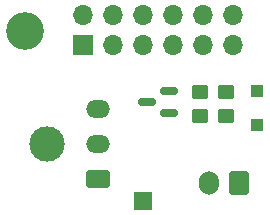
<source format=gts>
G04 #@! TF.GenerationSoftware,KiCad,Pcbnew,7.0.10*
G04 #@! TF.CreationDate,2024-02-05T22:52:07+01:00*
G04 #@! TF.ProjectId,PowerPCB,506f7765-7250-4434-922e-6b696361645f,rev?*
G04 #@! TF.SameCoordinates,Original*
G04 #@! TF.FileFunction,Soldermask,Top*
G04 #@! TF.FilePolarity,Negative*
%FSLAX46Y46*%
G04 Gerber Fmt 4.6, Leading zero omitted, Abs format (unit mm)*
G04 Created by KiCad (PCBNEW 7.0.10) date 2024-02-05 22:52:07*
%MOMM*%
%LPD*%
G01*
G04 APERTURE LIST*
G04 Aperture macros list*
%AMRoundRect*
0 Rectangle with rounded corners*
0 $1 Rounding radius*
0 $2 $3 $4 $5 $6 $7 $8 $9 X,Y pos of 4 corners*
0 Add a 4 corners polygon primitive as box body*
4,1,4,$2,$3,$4,$5,$6,$7,$8,$9,$2,$3,0*
0 Add four circle primitives for the rounded corners*
1,1,$1+$1,$2,$3*
1,1,$1+$1,$4,$5*
1,1,$1+$1,$6,$7*
1,1,$1+$1,$8,$9*
0 Add four rect primitives between the rounded corners*
20,1,$1+$1,$2,$3,$4,$5,0*
20,1,$1+$1,$4,$5,$6,$7,0*
20,1,$1+$1,$6,$7,$8,$9,0*
20,1,$1+$1,$8,$9,$2,$3,0*%
G04 Aperture macros list end*
%ADD10RoundRect,0.250000X-0.450000X0.350000X-0.450000X-0.350000X0.450000X-0.350000X0.450000X0.350000X0*%
%ADD11RoundRect,0.250000X0.450000X-0.350000X0.450000X0.350000X-0.450000X0.350000X-0.450000X-0.350000X0*%
%ADD12R,1.500000X1.500000*%
%ADD13RoundRect,0.250000X-0.300000X0.300000X-0.300000X-0.300000X0.300000X-0.300000X0.300000X0.300000X0*%
%ADD14C,3.200000*%
%ADD15RoundRect,0.250000X0.600000X0.750000X-0.600000X0.750000X-0.600000X-0.750000X0.600000X-0.750000X0*%
%ADD16O,1.700000X2.000000*%
%ADD17RoundRect,0.150000X0.587500X0.150000X-0.587500X0.150000X-0.587500X-0.150000X0.587500X-0.150000X0*%
%ADD18C,3.000000*%
%ADD19RoundRect,0.250001X0.759999X-0.499999X0.759999X0.499999X-0.759999X0.499999X-0.759999X-0.499999X0*%
%ADD20O,2.020000X1.500000*%
%ADD21R,1.700000X1.700000*%
%ADD22O,1.700000X1.700000*%
G04 APERTURE END LIST*
D10*
X120477000Y-52684250D03*
X120477000Y-54684250D03*
D11*
X118266250Y-54684250D03*
X118266250Y-52684250D03*
D12*
X113462000Y-61900000D03*
D13*
X123114000Y-52626000D03*
X123114000Y-55426000D03*
D14*
X103500000Y-47500000D03*
D15*
X121570000Y-60393000D03*
D16*
X119070000Y-60393000D03*
D17*
X115669500Y-54468000D03*
X115669500Y-52568000D03*
X113794500Y-53518000D03*
D18*
X105334000Y-57074000D03*
D19*
X109654000Y-60074000D03*
D20*
X109654000Y-57074000D03*
X109654000Y-54074000D03*
D21*
X108382000Y-48692000D03*
D22*
X108382000Y-46152000D03*
X110922000Y-48692000D03*
X110922000Y-46152000D03*
X113462000Y-48692000D03*
X113462000Y-46152000D03*
X116002000Y-48692000D03*
X116002000Y-46152000D03*
X118542000Y-48692000D03*
X118542000Y-46152000D03*
X121082000Y-48692000D03*
X121082000Y-46152000D03*
M02*

</source>
